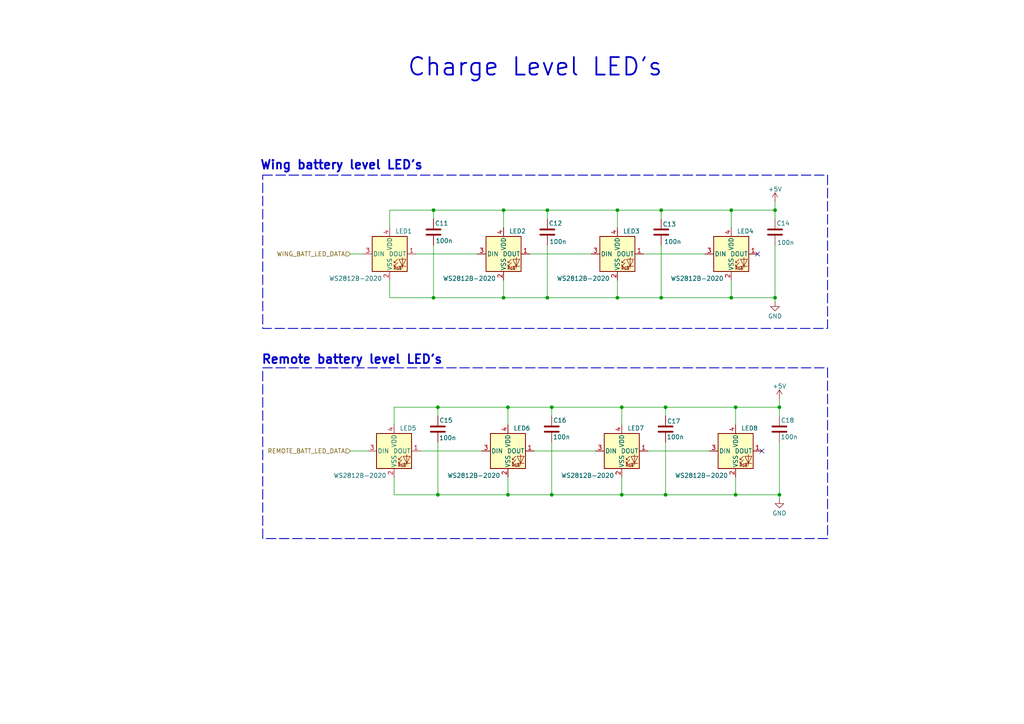
<source format=kicad_sch>
(kicad_sch (version 20250114) (generator "eeschema") (generator_version "9.0")
  (paper "A4")
  (lib_symbols
    (symbol "Device:C" (pin_numbers (hide yes)) (pin_names (offset 0.254))
      (property "Reference" "C" (at 0.635 2.54 0))
      (property "Value" "C" (at 0.635 -2.54 0))
      (symbol "C_0_1"
        (polyline (pts (xy -2.032 0.762) (xy 2.032 0.762)) (stroke (width 0.508)))
        (polyline (pts (xy -2.032 -0.762) (xy 2.032 -0.762)) (stroke (width 0.508)))
      )
      (symbol "C_1_1"
        (pin passive line (at 0 3.81 270) (length 2.794) (name "~") (number "1"))
        (pin passive line (at 0 -3.81 90) (length 2.794) (name "~") (number "2"))
      )
    )
    (symbol "LED:WS2812B-2020" (pin_names (offset 0.254))
      (property "Reference" "D" (at 5.08 5.715 0))
      (property "Value" "WS2812B-2020" (at 1.27 -5.715 0))
      (symbol "WS2812B-2020_0_0"
        (text "RGB" (at 2.286 -4.191 0) (effects (font (size 0.762 0.762))))
      )
      (symbol "WS2812B-2020_0_1"
        (polyline (pts (xy 1.27 -2.54) (xy 1.778 -2.54)))
        (polyline (pts (xy 1.27 -3.556) (xy 1.778 -3.556)))
        (polyline (pts (xy 2.286 -1.524) (xy 1.27 -2.54) (xy 1.27 -2.032)))
        (polyline (pts (xy 2.286 -2.54) (xy 1.27 -3.556) (xy 1.27 -3.048)))
        (polyline (pts (xy 3.683 -1.016) (xy 3.683 -3.556) (xy 3.683 -4.064)))
        (polyline (pts (xy 4.699 -1.524) (xy 2.667 -1.524) (xy 3.683 -3.556) (xy 4.699 -1.524)))
        (polyline (pts (xy 4.699 -3.556) (xy 2.667 -3.556)))
        (rectangle (start 5.08 5.08) (end -5.08 -5.08) (stroke (width 0.254)) (fill (type background)))
      )
      (symbol "WS2812B-2020_1_1"
        (pin input line (at -7.62 0 0) (length 2.54) (name "DIN") (number "3"))
        (pin power_in line (at 0 7.62 270) (length 2.54) (name "VDD") (number "4"))
        (pin power_in line (at 0 -7.62 90) (length 2.54) (name "VSS") (number "2"))
        (pin output line (at 7.62 0 180) (length 2.54) (name "DOUT") (number "1"))
      )
    )
    (symbol "power:+5V" (power) (pin_numbers (hide yes)) (pin_names (offset 0) (hide yes))
      (property "Value" "+5V" (at 0 3.556 0))
      (symbol "+5V_0_1"
        (polyline (pts (xy -0.762 1.27) (xy 0 2.54)))
        (polyline (pts (xy 0 2.54) (xy 0.762 1.27)))
        (polyline (pts (xy 0 0) (xy 0 2.54)))
      )
      (symbol "+5V_1_1"
        (pin power_in line (at 0 0 90) (length 0) (name "~") (number "1"))
      )
    )
    (symbol "power:GND" (power) (pin_numbers (hide yes)) (pin_names (offset 0) (hide yes))
      (property "Value" "GND" (at 0 -3.81 0))
      (symbol "GND_0_1"
        (polyline (pts (xy 0 0) (xy 0 -1.27) (xy 1.27 -1.27) (xy 0 -2.54) (xy -1.27 -1.27) (xy 0 -1.27)))
      )
      (symbol "GND_1_1"
        (pin power_in line (at 0 0 270) (length 0) (name "~") (number "1"))
      )
    )
  )
  (rectangle (start 76.2 106.68) (end 240.03 156.21) (stroke (width 0.254) (type dash)))
  (rectangle (start 76.2 50.8) (end 240.03 95.25) (stroke (width 0.254) (type dash)))
  (text "Charge Level LED's" (at 155.194 19.558 0) (effects (font (size 5.08 5.08) (thickness 0.508) (bold yes))))
  (text "Wing battery level LED's" (at 99.06 48.006 0) (effects (font (size 2.54 2.54) (thickness 0.508) (bold yes))))
  (text "Remote battery level LED's" (at 102.108 104.394 0) (effects (font (size 2.54 2.54) (thickness 0.508) (bold yes))))
  (junction (at 127 143.51))
  (junction (at 191.77 86.36))
  (junction (at 193.04 143.51))
  (junction (at 212.09 86.36))
  (junction (at 179.07 86.36))
  (junction (at 212.09 60.96))
  (junction (at 193.04 118.11))
  (junction (at 226.06 118.11))
  (junction (at 160.02 118.11))
  (junction (at 125.73 86.36))
  (junction (at 127 118.11))
  (junction (at 224.79 60.96))
  (junction (at 125.73 60.96))
  (junction (at 213.36 143.51))
  (junction (at 226.06 143.51))
  (junction (at 213.36 118.11))
  (junction (at 147.32 118.11))
  (junction (at 224.79 86.36))
  (junction (at 158.75 86.36))
  (junction (at 179.07 60.96))
  (junction (at 146.05 86.36))
  (junction (at 160.02 143.51))
  (junction (at 180.34 143.51))
  (junction (at 158.75 60.96))
  (junction (at 191.77 60.96))
  (junction (at 146.05 60.96))
  (junction (at 180.34 118.11))
  (junction (at 147.32 143.51))
  (no_connect (at 219.71 73.66))
  (no_connect (at 220.98 130.81))
  (wire (pts (xy 158.75 60.96) (xy 179.07 60.96)))
  (wire (pts (xy 125.73 71.12) (xy 125.73 86.36)))
  (wire (pts (xy 224.79 86.36) (xy 212.09 86.36)))
  (wire (pts (xy 226.06 115.57) (xy 226.06 118.11)))
  (wire (pts (xy 191.77 60.96) (xy 191.77 63.5)))
  (wire (pts (xy 147.32 118.11) (xy 160.02 118.11)))
  (wire (pts (xy 193.04 128.27) (xy 193.04 143.51)))
  (wire (pts (xy 212.09 81.28) (xy 212.09 86.36)))
  (wire (pts (xy 158.75 86.36) (xy 179.07 86.36)))
  (wire (pts (xy 127 118.11) (xy 127 120.65)))
  (wire (pts (xy 146.05 81.28) (xy 146.05 86.36)))
  (wire (pts (xy 180.34 138.43) (xy 180.34 143.51)))
  (wire (pts (xy 213.36 118.11) (xy 226.06 118.11)))
  (wire (pts (xy 147.32 118.11) (xy 147.32 123.19)))
  (wire (pts (xy 193.04 118.11) (xy 193.04 120.65)))
  (wire (pts (xy 226.06 118.11) (xy 226.06 120.65)))
  (wire (pts (xy 224.79 60.96) (xy 224.79 63.5)))
  (wire (pts (xy 160.02 118.11) (xy 180.34 118.11)))
  (wire (pts (xy 127 128.27) (xy 127 143.51)))
  (wire (pts (xy 101.6 130.81) (xy 106.68 130.81)))
  (wire (pts (xy 146.05 60.96) (xy 146.05 66.04)))
  (wire (pts (xy 212.09 60.96) (xy 224.79 60.96)))
  (wire (pts (xy 179.07 81.28) (xy 179.07 86.36)))
  (wire (pts (xy 127 118.11) (xy 147.32 118.11)))
  (wire (pts (xy 193.04 118.11) (xy 213.36 118.11)))
  (wire (pts (xy 191.77 71.12) (xy 191.77 86.36)))
  (wire (pts (xy 179.07 60.96) (xy 191.77 60.96)))
  (wire (pts (xy 180.34 118.11) (xy 180.34 123.19)))
  (wire (pts (xy 193.04 143.51) (xy 180.34 143.51)))
  (wire (pts (xy 147.32 138.43) (xy 147.32 143.51)))
  (wire (pts (xy 127 143.51) (xy 147.32 143.51)))
  (wire (pts (xy 125.73 86.36) (xy 146.05 86.36)))
  (wire (pts (xy 213.36 138.43) (xy 213.36 143.51)))
  (wire (pts (xy 146.05 86.36) (xy 158.75 86.36)))
  (wire (pts (xy 125.73 60.96) (xy 125.73 63.5)))
  (wire (pts (xy 120.65 73.66) (xy 138.43 73.66)))
  (wire (pts (xy 114.3 118.11) (xy 127 118.11)))
  (wire (pts (xy 213.36 118.11) (xy 213.36 123.19)))
  (wire (pts (xy 187.96 130.81) (xy 205.74 130.81)))
  (wire (pts (xy 160.02 118.11) (xy 160.02 120.65)))
  (wire (pts (xy 180.34 118.11) (xy 193.04 118.11)))
  (wire (pts (xy 191.77 86.36) (xy 179.07 86.36)))
  (wire (pts (xy 146.05 60.96) (xy 158.75 60.96)))
  (wire (pts (xy 113.03 81.28) (xy 113.03 86.36)))
  (wire (pts (xy 224.79 71.12) (xy 224.79 86.36)))
  (wire (pts (xy 160.02 143.51) (xy 180.34 143.51)))
  (wire (pts (xy 191.77 60.96) (xy 212.09 60.96)))
  (wire (pts (xy 193.04 143.51) (xy 213.36 143.51)))
  (wire (pts (xy 158.75 60.96) (xy 158.75 63.5)))
  (wire (pts (xy 158.75 71.12) (xy 158.75 86.36)))
  (wire (pts (xy 226.06 128.27) (xy 226.06 143.51)))
  (wire (pts (xy 226.06 143.51) (xy 213.36 143.51)))
  (wire (pts (xy 114.3 138.43) (xy 114.3 143.51)))
  (wire (pts (xy 101.6 73.66) (xy 105.41 73.66)))
  (wire (pts (xy 125.73 86.36) (xy 113.03 86.36)))
  (wire (pts (xy 121.92 130.81) (xy 139.7 130.81)))
  (wire (pts (xy 191.77 86.36) (xy 212.09 86.36)))
  (wire (pts (xy 224.79 58.42) (xy 224.79 60.96)))
  (wire (pts (xy 179.07 60.96) (xy 179.07 66.04)))
  (wire (pts (xy 160.02 128.27) (xy 160.02 143.51)))
  (wire (pts (xy 125.73 60.96) (xy 146.05 60.96)))
  (wire (pts (xy 114.3 118.11) (xy 114.3 123.19)))
  (wire (pts (xy 147.32 143.51) (xy 160.02 143.51)))
  (wire (pts (xy 154.94 130.81) (xy 172.72 130.81)))
  (wire (pts (xy 113.03 60.96) (xy 125.73 60.96)))
  (wire (pts (xy 224.79 86.36) (xy 224.79 87.63)))
  (wire (pts (xy 153.67 73.66) (xy 171.45 73.66)))
  (wire (pts (xy 127 143.51) (xy 114.3 143.51)))
  (wire (pts (xy 212.09 60.96) (xy 212.09 66.04)))
  (wire (pts (xy 113.03 60.96) (xy 113.03 66.04)))
  (wire (pts (xy 186.69 73.66) (xy 204.47 73.66)))
  (wire (pts (xy 226.06 143.51) (xy 226.06 144.78)))
  (hierarchical_label "REMOTE_BATT_LED_DATA" (shape input) (at 101.6 130.81 180))
  (hierarchical_label "WING_BATT_LED_DATA" (shape input) (at 101.6 73.66 180))
  (symbol (lib_id "power:+5V") (at 226.06 115.57 0) (unit 1)
    (property "Reference" "#PWR01" (effects (hide yes)))
    (property "Value" "+5V" (at 226.06 112.014 0))
    (property "Description" "Power symbol creates a global label with name \"+5V\"" (effects (hide yes)))
  )
  (symbol (lib_id "Device:C") (at 193.04 124.46 180) (unit 1)
    (property "Reference" "C17" (at 197.358 122.174 0) (effects (justify left)))
    (property "Value" "100n" (at 198.374 126.746 0) (effects (justify left)))
    (property "Footprint" "No_silkscreen:C_0402_1005Metric" (effects (hide yes)))
    (property "Description" "CC0402KRX7R8BB104" (effects (hide yes)))
  )
  (symbol (lib_id "power:GND") (at 224.79 87.63 0) (unit 1)
    (property "Reference" "#PWR0139" (effects (hide yes)))
    (property "Value" "GND" (at 224.79 91.694 0))
    (property "Description" "Power symbol creates a global label with name \"GND\" , ground" (effects (hide yes)))
  )
  (symbol (lib_id "Device:C") (at 224.79 67.31 180) (unit 1)
    (property "Reference" "C14" (at 229.108 64.77 0) (effects (justify left)))
    (property "Value" "100n" (at 230.378 70.358 0) (effects (justify left)))
    (property "Footprint" "No_silkscreen:C_0402_1005Metric" (effects (hide yes)))
    (property "Description" "CC0402KRX7R8BB104" (effects (hide yes)))
  )
  (symbol (lib_id "LED:WS2812B-2020") (at 213.36 130.81 0) (unit 1)
    (property "Reference" "LED8" (at 217.424 124.206 0))
    (property "Value" "WS2812B-2020" (at 203.454 137.922 0))
    (property "Footprint" "No_silkscreen:LED_WS2812B-2020_PLCC4_2.0x2.0mm" (effects (hide yes)))
    (property "Datasheet" "https://cdn-shop.adafruit.com/product-files/4684/4684_WS2812B-2020_V1.3_EN.pdf" (effects (hide yes)))
    (property "Description" "RGB LED with integrated controller, 2.0 x 2.0 mm, 12 mA" (effects (hide yes)))
  )
  (symbol (lib_id "LED:WS2812B-2020") (at 113.03 73.66 0) (unit 1)
    (property "Reference" "LED1" (at 117.094 67.056 0))
    (property "Value" "WS2812B-2020" (at 103.124 80.772 0))
    (property "Footprint" "No_silkscreen:LED_WS2812B-2020_PLCC4_2.0x2.0mm" (effects (hide yes)))
    (property "Datasheet" "https://cdn-shop.adafruit.com/product-files/4684/4684_WS2812B-2020_V1.3_EN.pdf" (effects (hide yes)))
    (property "Description" "RGB LED with integrated controller, 2.0 x 2.0 mm, 12 mA" (effects (hide yes)))
  )
  (symbol (lib_id "Device:C") (at 158.75 67.31 180) (unit 1)
    (property "Reference" "C12" (at 163.068 64.77 0) (effects (justify left)))
    (property "Value" "100n" (at 164.338 70.104 0) (effects (justify left)))
    (property "Footprint" "No_silkscreen:C_0402_1005Metric" (effects (hide yes)))
    (property "Description" "CC0402KRX7R8BB104" (effects (hide yes)))
  )
  (symbol (lib_id "LED:WS2812B-2020") (at 114.3 130.81 0) (unit 1)
    (property "Reference" "LED5" (at 118.364 124.206 0))
    (property "Value" "WS2812B-2020" (at 104.394 137.922 0))
    (property "Footprint" "No_silkscreen:LED_WS2812B-2020_PLCC4_2.0x2.0mm" (effects (hide yes)))
    (property "Datasheet" "https://cdn-shop.adafruit.com/product-files/4684/4684_WS2812B-2020_V1.3_EN.pdf" (effects (hide yes)))
    (property "Description" "RGB LED with integrated controller, 2.0 x 2.0 mm, 12 mA" (effects (hide yes)))
  )
  (symbol (lib_id "Device:C") (at 127 124.46 180) (unit 1)
    (property "Reference" "C15" (at 131.318 121.92 0) (effects (justify left)))
    (property "Value" "100n" (at 132.334 127 0) (effects (justify left)))
    (property "Footprint" "No_silkscreen:C_0402_1005Metric" (effects (hide yes)))
    (property "Description" "CC0402KRX7R8BB104" (effects (hide yes)))
  )
  (symbol (lib_id "Device:C") (at 125.73 67.31 180) (unit 1)
    (property "Reference" "C11" (at 130.048 64.77 0) (effects (justify left)))
    (property "Value" "100n" (at 131.318 69.85 0) (effects (justify left)))
    (property "Footprint" "No_silkscreen:C_0402_1005Metric" (effects (hide yes)))
    (property "Description" "CC0402KRX7R8BB104" (effects (hide yes)))
  )
  (symbol (lib_id "LED:WS2812B-2020") (at 147.32 130.81 0) (unit 1)
    (property "Reference" "LED6" (at 151.384 124.206 0))
    (property "Value" "WS2812B-2020" (at 137.414 137.922 0))
    (property "Footprint" "No_silkscreen:LED_WS2812B-2020_PLCC4_2.0x2.0mm" (effects (hide yes)))
    (property "Datasheet" "https://cdn-shop.adafruit.com/product-files/4684/4684_WS2812B-2020_V1.3_EN.pdf" (effects (hide yes)))
    (property "Description" "RGB LED with integrated controller, 2.0 x 2.0 mm, 12 mA" (effects (hide yes)))
  )
  (symbol (lib_id "LED:WS2812B-2020") (at 212.09 73.66 0) (unit 1)
    (property "Reference" "LED4" (at 216.154 67.056 0))
    (property "Value" "WS2812B-2020" (at 202.184 80.772 0))
    (property "Footprint" "No_silkscreen:LED_WS2812B-2020_PLCC4_2.0x2.0mm" (effects (hide yes)))
    (property "Datasheet" "https://cdn-shop.adafruit.com/product-files/4684/4684_WS2812B-2020_V1.3_EN.pdf" (effects (hide yes)))
    (property "Description" "RGB LED with integrated controller, 2.0 x 2.0 mm, 12 mA" (effects (hide yes)))
  )
  (symbol (lib_id "power:+5V") (at 224.79 58.42 0) (unit 1)
    (property "Reference" "#PWR0140" (effects (hide yes)))
    (property "Value" "+5V" (at 224.79 54.864 0))
    (property "Description" "Power symbol creates a global label with name \"+5V\"" (effects (hide yes)))
  )
  (symbol (lib_id "LED:WS2812B-2020") (at 146.05 73.66 0) (unit 1)
    (property "Reference" "LED2" (at 150.114 67.056 0))
    (property "Value" "WS2812B-2020" (at 136.144 80.772 0))
    (property "Footprint" "No_silkscreen:LED_WS2812B-2020_PLCC4_2.0x2.0mm" (effects (hide yes)))
    (property "Datasheet" "https://cdn-shop.adafruit.com/product-files/4684/4684_WS2812B-2020_V1.3_EN.pdf" (effects (hide yes)))
    (property "Description" "RGB LED with integrated controller, 2.0 x 2.0 mm, 12 mA" (effects (hide yes)))
  )
  (symbol (lib_id "LED:WS2812B-2020") (at 179.07 73.66 0) (unit 1)
    (property "Reference" "LED3" (at 183.134 67.056 0))
    (property "Value" "WS2812B-2020" (at 169.164 80.772 0))
    (property "Footprint" "No_silkscreen:LED_WS2812B-2020_PLCC4_2.0x2.0mm" (effects (hide yes)))
    (property "Datasheet" "https://cdn-shop.adafruit.com/product-files/4684/4684_WS2812B-2020_V1.3_EN.pdf" (effects (hide yes)))
    (property "Description" "RGB LED with integrated controller, 2.0 x 2.0 mm, 12 mA" (effects (hide yes)))
  )
  (symbol (lib_id "Device:C") (at 160.02 124.46 180) (unit 1)
    (property "Reference" "C16" (at 164.338 121.92 0) (effects (justify left)))
    (property "Value" "100n" (at 165.354 126.746 0) (effects (justify left)))
    (property "Footprint" "No_silkscreen:C_0402_1005Metric" (effects (hide yes)))
    (property "Description" "CC0402KRX7R8BB104" (effects (hide yes)))
  )
  (symbol (lib_id "LED:WS2812B-2020") (at 180.34 130.81 0) (unit 1)
    (property "Reference" "LED7" (at 184.404 124.206 0))
    (property "Value" "WS2812B-2020" (at 170.434 137.922 0))
    (property "Footprint" "No_silkscreen:LED_WS2812B-2020_PLCC4_2.0x2.0mm" (effects (hide yes)))
    (property "Datasheet" "https://cdn-shop.adafruit.com/product-files/4684/4684_WS2812B-2020_V1.3_EN.pdf" (effects (hide yes)))
    (property "Description" "RGB LED with integrated controller, 2.0 x 2.0 mm, 12 mA" (effects (hide yes)))
  )
  (symbol (lib_id "Device:C") (at 226.06 124.46 180) (unit 1)
    (property "Reference" "C18" (at 230.378 121.92 0) (effects (justify left)))
    (property "Value" "100n" (at 231.394 126.746 0) (effects (justify left)))
    (property "Footprint" "No_silkscreen:C_0402_1005Metric" (effects (hide yes)))
    (property "Description" "CC0402KRX7R8BB104" (effects (hide yes)))
  )
  (symbol (lib_id "power:GND") (at 226.06 144.78 0) (unit 1)
    (property "Reference" "#PWR02" (effects (hide yes)))
    (property "Value" "GND" (at 226.06 148.844 0))
    (property "Description" "Power symbol creates a global label with name \"GND\" , ground" (effects (hide yes)))
  )
  (symbol (lib_id "Device:C") (at 191.77 67.31 180) (unit 1)
    (property "Reference" "C13" (at 196.088 65.024 0) (effects (justify left)))
    (property "Value" "100n" (at 197.612 70.104 0) (effects (justify left)))
    (property "Footprint" "No_silkscreen:C_0402_1005Metric" (effects (hide yes)))
    (property "Description" "CC0402KRX7R8BB104" (effects (hide yes)))
  )
)
</source>
